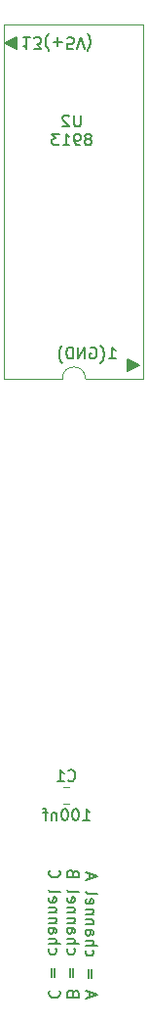
<source format=gbr>
%TF.GenerationSoftware,KiCad,Pcbnew,8.0.3*%
%TF.CreationDate,2024-06-20T16:00:29+02:00*%
%TF.ProjectId,adapter 8913-8910 long board reverse on air,61646170-7465-4722-9038-3931332d3839,rev?*%
%TF.SameCoordinates,Original*%
%TF.FileFunction,Legend,Bot*%
%TF.FilePolarity,Positive*%
%FSLAX46Y46*%
G04 Gerber Fmt 4.6, Leading zero omitted, Abs format (unit mm)*
G04 Created by KiCad (PCBNEW 8.0.3) date 2024-06-20 16:00:29*
%MOMM*%
%LPD*%
G01*
G04 APERTURE LIST*
%ADD10C,0.200000*%
%ADD11C,0.150000*%
%ADD12C,0.120000*%
G04 APERTURE END LIST*
D10*
X167900000Y-61500000D02*
X166900000Y-61000000D01*
X167900000Y-60500000D01*
X167900000Y-61500000D01*
G36*
X167900000Y-61500000D02*
G01*
X166900000Y-61000000D01*
X167900000Y-60500000D01*
X167900000Y-61500000D01*
G37*
X178600000Y-88900000D02*
X177600000Y-89400000D01*
X177600000Y-88400000D01*
X178600000Y-88900000D01*
G36*
X178600000Y-88900000D02*
G01*
X177600000Y-89400000D01*
X177600000Y-88400000D01*
X178600000Y-88900000D01*
G37*
D11*
X173471904Y-67259875D02*
X173471904Y-68069398D01*
X173471904Y-68069398D02*
X173424285Y-68164636D01*
X173424285Y-68164636D02*
X173376666Y-68212256D01*
X173376666Y-68212256D02*
X173281428Y-68259875D01*
X173281428Y-68259875D02*
X173090952Y-68259875D01*
X173090952Y-68259875D02*
X172995714Y-68212256D01*
X172995714Y-68212256D02*
X172948095Y-68164636D01*
X172948095Y-68164636D02*
X172900476Y-68069398D01*
X172900476Y-68069398D02*
X172900476Y-67259875D01*
X172471904Y-67355113D02*
X172424285Y-67307494D01*
X172424285Y-67307494D02*
X172329047Y-67259875D01*
X172329047Y-67259875D02*
X172090952Y-67259875D01*
X172090952Y-67259875D02*
X171995714Y-67307494D01*
X171995714Y-67307494D02*
X171948095Y-67355113D01*
X171948095Y-67355113D02*
X171900476Y-67450351D01*
X171900476Y-67450351D02*
X171900476Y-67545589D01*
X171900476Y-67545589D02*
X171948095Y-67688446D01*
X171948095Y-67688446D02*
X172519523Y-68259875D01*
X172519523Y-68259875D02*
X171900476Y-68259875D01*
X174233809Y-69298390D02*
X174329047Y-69250771D01*
X174329047Y-69250771D02*
X174376666Y-69203152D01*
X174376666Y-69203152D02*
X174424285Y-69107914D01*
X174424285Y-69107914D02*
X174424285Y-69060295D01*
X174424285Y-69060295D02*
X174376666Y-68965057D01*
X174376666Y-68965057D02*
X174329047Y-68917438D01*
X174329047Y-68917438D02*
X174233809Y-68869819D01*
X174233809Y-68869819D02*
X174043333Y-68869819D01*
X174043333Y-68869819D02*
X173948095Y-68917438D01*
X173948095Y-68917438D02*
X173900476Y-68965057D01*
X173900476Y-68965057D02*
X173852857Y-69060295D01*
X173852857Y-69060295D02*
X173852857Y-69107914D01*
X173852857Y-69107914D02*
X173900476Y-69203152D01*
X173900476Y-69203152D02*
X173948095Y-69250771D01*
X173948095Y-69250771D02*
X174043333Y-69298390D01*
X174043333Y-69298390D02*
X174233809Y-69298390D01*
X174233809Y-69298390D02*
X174329047Y-69346009D01*
X174329047Y-69346009D02*
X174376666Y-69393628D01*
X174376666Y-69393628D02*
X174424285Y-69488866D01*
X174424285Y-69488866D02*
X174424285Y-69679342D01*
X174424285Y-69679342D02*
X174376666Y-69774580D01*
X174376666Y-69774580D02*
X174329047Y-69822200D01*
X174329047Y-69822200D02*
X174233809Y-69869819D01*
X174233809Y-69869819D02*
X174043333Y-69869819D01*
X174043333Y-69869819D02*
X173948095Y-69822200D01*
X173948095Y-69822200D02*
X173900476Y-69774580D01*
X173900476Y-69774580D02*
X173852857Y-69679342D01*
X173852857Y-69679342D02*
X173852857Y-69488866D01*
X173852857Y-69488866D02*
X173900476Y-69393628D01*
X173900476Y-69393628D02*
X173948095Y-69346009D01*
X173948095Y-69346009D02*
X174043333Y-69298390D01*
X173376666Y-69869819D02*
X173186190Y-69869819D01*
X173186190Y-69869819D02*
X173090952Y-69822200D01*
X173090952Y-69822200D02*
X173043333Y-69774580D01*
X173043333Y-69774580D02*
X172948095Y-69631723D01*
X172948095Y-69631723D02*
X172900476Y-69441247D01*
X172900476Y-69441247D02*
X172900476Y-69060295D01*
X172900476Y-69060295D02*
X172948095Y-68965057D01*
X172948095Y-68965057D02*
X172995714Y-68917438D01*
X172995714Y-68917438D02*
X173090952Y-68869819D01*
X173090952Y-68869819D02*
X173281428Y-68869819D01*
X173281428Y-68869819D02*
X173376666Y-68917438D01*
X173376666Y-68917438D02*
X173424285Y-68965057D01*
X173424285Y-68965057D02*
X173471904Y-69060295D01*
X173471904Y-69060295D02*
X173471904Y-69298390D01*
X173471904Y-69298390D02*
X173424285Y-69393628D01*
X173424285Y-69393628D02*
X173376666Y-69441247D01*
X173376666Y-69441247D02*
X173281428Y-69488866D01*
X173281428Y-69488866D02*
X173090952Y-69488866D01*
X173090952Y-69488866D02*
X172995714Y-69441247D01*
X172995714Y-69441247D02*
X172948095Y-69393628D01*
X172948095Y-69393628D02*
X172900476Y-69298390D01*
X171948095Y-69869819D02*
X172519523Y-69869819D01*
X172233809Y-69869819D02*
X172233809Y-68869819D01*
X172233809Y-68869819D02*
X172329047Y-69012676D01*
X172329047Y-69012676D02*
X172424285Y-69107914D01*
X172424285Y-69107914D02*
X172519523Y-69155533D01*
X171614761Y-68869819D02*
X170995714Y-68869819D01*
X170995714Y-68869819D02*
X171329047Y-69250771D01*
X171329047Y-69250771D02*
X171186190Y-69250771D01*
X171186190Y-69250771D02*
X171090952Y-69298390D01*
X171090952Y-69298390D02*
X171043333Y-69346009D01*
X171043333Y-69346009D02*
X170995714Y-69441247D01*
X170995714Y-69441247D02*
X170995714Y-69679342D01*
X170995714Y-69679342D02*
X171043333Y-69774580D01*
X171043333Y-69774580D02*
X171090952Y-69822200D01*
X171090952Y-69822200D02*
X171186190Y-69869819D01*
X171186190Y-69869819D02*
X171471904Y-69869819D01*
X171471904Y-69869819D02*
X171567142Y-69822200D01*
X171567142Y-69822200D02*
X171614761Y-69774580D01*
X175939411Y-88329819D02*
X176510839Y-88329819D01*
X176225125Y-88329819D02*
X176225125Y-87329819D01*
X176225125Y-87329819D02*
X176320363Y-87472676D01*
X176320363Y-87472676D02*
X176415601Y-87567914D01*
X176415601Y-87567914D02*
X176510839Y-87615533D01*
X175225125Y-88710771D02*
X175272744Y-88663152D01*
X175272744Y-88663152D02*
X175367982Y-88520295D01*
X175367982Y-88520295D02*
X175415601Y-88425057D01*
X175415601Y-88425057D02*
X175463220Y-88282200D01*
X175463220Y-88282200D02*
X175510839Y-88044104D01*
X175510839Y-88044104D02*
X175510839Y-87853628D01*
X175510839Y-87853628D02*
X175463220Y-87615533D01*
X175463220Y-87615533D02*
X175415601Y-87472676D01*
X175415601Y-87472676D02*
X175367982Y-87377438D01*
X175367982Y-87377438D02*
X175272744Y-87234580D01*
X175272744Y-87234580D02*
X175225125Y-87186961D01*
X174320363Y-87377438D02*
X174415601Y-87329819D01*
X174415601Y-87329819D02*
X174558458Y-87329819D01*
X174558458Y-87329819D02*
X174701315Y-87377438D01*
X174701315Y-87377438D02*
X174796553Y-87472676D01*
X174796553Y-87472676D02*
X174844172Y-87567914D01*
X174844172Y-87567914D02*
X174891791Y-87758390D01*
X174891791Y-87758390D02*
X174891791Y-87901247D01*
X174891791Y-87901247D02*
X174844172Y-88091723D01*
X174844172Y-88091723D02*
X174796553Y-88186961D01*
X174796553Y-88186961D02*
X174701315Y-88282200D01*
X174701315Y-88282200D02*
X174558458Y-88329819D01*
X174558458Y-88329819D02*
X174463220Y-88329819D01*
X174463220Y-88329819D02*
X174320363Y-88282200D01*
X174320363Y-88282200D02*
X174272744Y-88234580D01*
X174272744Y-88234580D02*
X174272744Y-87901247D01*
X174272744Y-87901247D02*
X174463220Y-87901247D01*
X173844172Y-88329819D02*
X173844172Y-87329819D01*
X173844172Y-87329819D02*
X173272744Y-88329819D01*
X173272744Y-88329819D02*
X173272744Y-87329819D01*
X172796553Y-88329819D02*
X172796553Y-87329819D01*
X172796553Y-87329819D02*
X172558458Y-87329819D01*
X172558458Y-87329819D02*
X172415601Y-87377438D01*
X172415601Y-87377438D02*
X172320363Y-87472676D01*
X172320363Y-87472676D02*
X172272744Y-87567914D01*
X172272744Y-87567914D02*
X172225125Y-87758390D01*
X172225125Y-87758390D02*
X172225125Y-87901247D01*
X172225125Y-87901247D02*
X172272744Y-88091723D01*
X172272744Y-88091723D02*
X172320363Y-88186961D01*
X172320363Y-88186961D02*
X172415601Y-88282200D01*
X172415601Y-88282200D02*
X172558458Y-88329819D01*
X172558458Y-88329819D02*
X172796553Y-88329819D01*
X171891791Y-88710771D02*
X171844172Y-88663152D01*
X171844172Y-88663152D02*
X171748934Y-88520295D01*
X171748934Y-88520295D02*
X171701315Y-88425057D01*
X171701315Y-88425057D02*
X171653696Y-88282200D01*
X171653696Y-88282200D02*
X171606077Y-88044104D01*
X171606077Y-88044104D02*
X171606077Y-87853628D01*
X171606077Y-87853628D02*
X171653696Y-87615533D01*
X171653696Y-87615533D02*
X171701315Y-87472676D01*
X171701315Y-87472676D02*
X171748934Y-87377438D01*
X171748934Y-87377438D02*
X171844172Y-87234580D01*
X171844172Y-87234580D02*
X171891791Y-87186961D01*
X174215615Y-143580839D02*
X174215615Y-143104649D01*
X173929900Y-143676077D02*
X174929900Y-143342744D01*
X174929900Y-143342744D02*
X173929900Y-143009411D01*
X174453710Y-141914172D02*
X174453710Y-141152268D01*
X174167996Y-141152268D02*
X174167996Y-141914172D01*
X173977520Y-139485601D02*
X173929900Y-139580839D01*
X173929900Y-139580839D02*
X173929900Y-139771315D01*
X173929900Y-139771315D02*
X173977520Y-139866553D01*
X173977520Y-139866553D02*
X174025139Y-139914172D01*
X174025139Y-139914172D02*
X174120377Y-139961791D01*
X174120377Y-139961791D02*
X174406091Y-139961791D01*
X174406091Y-139961791D02*
X174501329Y-139914172D01*
X174501329Y-139914172D02*
X174548948Y-139866553D01*
X174548948Y-139866553D02*
X174596567Y-139771315D01*
X174596567Y-139771315D02*
X174596567Y-139580839D01*
X174596567Y-139580839D02*
X174548948Y-139485601D01*
X173929900Y-139057029D02*
X174929900Y-139057029D01*
X173929900Y-138628458D02*
X174453710Y-138628458D01*
X174453710Y-138628458D02*
X174548948Y-138676077D01*
X174548948Y-138676077D02*
X174596567Y-138771315D01*
X174596567Y-138771315D02*
X174596567Y-138914172D01*
X174596567Y-138914172D02*
X174548948Y-139009410D01*
X174548948Y-139009410D02*
X174501329Y-139057029D01*
X173929900Y-137723696D02*
X174453710Y-137723696D01*
X174453710Y-137723696D02*
X174548948Y-137771315D01*
X174548948Y-137771315D02*
X174596567Y-137866553D01*
X174596567Y-137866553D02*
X174596567Y-138057029D01*
X174596567Y-138057029D02*
X174548948Y-138152267D01*
X173977520Y-137723696D02*
X173929900Y-137818934D01*
X173929900Y-137818934D02*
X173929900Y-138057029D01*
X173929900Y-138057029D02*
X173977520Y-138152267D01*
X173977520Y-138152267D02*
X174072758Y-138199886D01*
X174072758Y-138199886D02*
X174167996Y-138199886D01*
X174167996Y-138199886D02*
X174263234Y-138152267D01*
X174263234Y-138152267D02*
X174310853Y-138057029D01*
X174310853Y-138057029D02*
X174310853Y-137818934D01*
X174310853Y-137818934D02*
X174358472Y-137723696D01*
X174596567Y-137247505D02*
X173929900Y-137247505D01*
X174501329Y-137247505D02*
X174548948Y-137199886D01*
X174548948Y-137199886D02*
X174596567Y-137104648D01*
X174596567Y-137104648D02*
X174596567Y-136961791D01*
X174596567Y-136961791D02*
X174548948Y-136866553D01*
X174548948Y-136866553D02*
X174453710Y-136818934D01*
X174453710Y-136818934D02*
X173929900Y-136818934D01*
X174596567Y-136342743D02*
X173929900Y-136342743D01*
X174501329Y-136342743D02*
X174548948Y-136295124D01*
X174548948Y-136295124D02*
X174596567Y-136199886D01*
X174596567Y-136199886D02*
X174596567Y-136057029D01*
X174596567Y-136057029D02*
X174548948Y-135961791D01*
X174548948Y-135961791D02*
X174453710Y-135914172D01*
X174453710Y-135914172D02*
X173929900Y-135914172D01*
X173977520Y-135057029D02*
X173929900Y-135152267D01*
X173929900Y-135152267D02*
X173929900Y-135342743D01*
X173929900Y-135342743D02*
X173977520Y-135437981D01*
X173977520Y-135437981D02*
X174072758Y-135485600D01*
X174072758Y-135485600D02*
X174453710Y-135485600D01*
X174453710Y-135485600D02*
X174548948Y-135437981D01*
X174548948Y-135437981D02*
X174596567Y-135342743D01*
X174596567Y-135342743D02*
X174596567Y-135152267D01*
X174596567Y-135152267D02*
X174548948Y-135057029D01*
X174548948Y-135057029D02*
X174453710Y-135009410D01*
X174453710Y-135009410D02*
X174358472Y-135009410D01*
X174358472Y-135009410D02*
X174263234Y-135485600D01*
X173929900Y-134437981D02*
X173977520Y-134533219D01*
X173977520Y-134533219D02*
X174072758Y-134580838D01*
X174072758Y-134580838D02*
X174929900Y-134580838D01*
X174215615Y-133342742D02*
X174215615Y-132866552D01*
X173929900Y-133437980D02*
X174929900Y-133104647D01*
X174929900Y-133104647D02*
X173929900Y-132771314D01*
X172843766Y-143199887D02*
X172796147Y-143057030D01*
X172796147Y-143057030D02*
X172748528Y-143009411D01*
X172748528Y-143009411D02*
X172653290Y-142961792D01*
X172653290Y-142961792D02*
X172510433Y-142961792D01*
X172510433Y-142961792D02*
X172415195Y-143009411D01*
X172415195Y-143009411D02*
X172367576Y-143057030D01*
X172367576Y-143057030D02*
X172319956Y-143152268D01*
X172319956Y-143152268D02*
X172319956Y-143533220D01*
X172319956Y-143533220D02*
X173319956Y-143533220D01*
X173319956Y-143533220D02*
X173319956Y-143199887D01*
X173319956Y-143199887D02*
X173272337Y-143104649D01*
X173272337Y-143104649D02*
X173224718Y-143057030D01*
X173224718Y-143057030D02*
X173129480Y-143009411D01*
X173129480Y-143009411D02*
X173034242Y-143009411D01*
X173034242Y-143009411D02*
X172939004Y-143057030D01*
X172939004Y-143057030D02*
X172891385Y-143104649D01*
X172891385Y-143104649D02*
X172843766Y-143199887D01*
X172843766Y-143199887D02*
X172843766Y-143533220D01*
X172843766Y-141771315D02*
X172843766Y-141009411D01*
X172558052Y-141009411D02*
X172558052Y-141771315D01*
X172367576Y-139342744D02*
X172319956Y-139437982D01*
X172319956Y-139437982D02*
X172319956Y-139628458D01*
X172319956Y-139628458D02*
X172367576Y-139723696D01*
X172367576Y-139723696D02*
X172415195Y-139771315D01*
X172415195Y-139771315D02*
X172510433Y-139818934D01*
X172510433Y-139818934D02*
X172796147Y-139818934D01*
X172796147Y-139818934D02*
X172891385Y-139771315D01*
X172891385Y-139771315D02*
X172939004Y-139723696D01*
X172939004Y-139723696D02*
X172986623Y-139628458D01*
X172986623Y-139628458D02*
X172986623Y-139437982D01*
X172986623Y-139437982D02*
X172939004Y-139342744D01*
X172319956Y-138914172D02*
X173319956Y-138914172D01*
X172319956Y-138485601D02*
X172843766Y-138485601D01*
X172843766Y-138485601D02*
X172939004Y-138533220D01*
X172939004Y-138533220D02*
X172986623Y-138628458D01*
X172986623Y-138628458D02*
X172986623Y-138771315D01*
X172986623Y-138771315D02*
X172939004Y-138866553D01*
X172939004Y-138866553D02*
X172891385Y-138914172D01*
X172319956Y-137580839D02*
X172843766Y-137580839D01*
X172843766Y-137580839D02*
X172939004Y-137628458D01*
X172939004Y-137628458D02*
X172986623Y-137723696D01*
X172986623Y-137723696D02*
X172986623Y-137914172D01*
X172986623Y-137914172D02*
X172939004Y-138009410D01*
X172367576Y-137580839D02*
X172319956Y-137676077D01*
X172319956Y-137676077D02*
X172319956Y-137914172D01*
X172319956Y-137914172D02*
X172367576Y-138009410D01*
X172367576Y-138009410D02*
X172462814Y-138057029D01*
X172462814Y-138057029D02*
X172558052Y-138057029D01*
X172558052Y-138057029D02*
X172653290Y-138009410D01*
X172653290Y-138009410D02*
X172700909Y-137914172D01*
X172700909Y-137914172D02*
X172700909Y-137676077D01*
X172700909Y-137676077D02*
X172748528Y-137580839D01*
X172986623Y-137104648D02*
X172319956Y-137104648D01*
X172891385Y-137104648D02*
X172939004Y-137057029D01*
X172939004Y-137057029D02*
X172986623Y-136961791D01*
X172986623Y-136961791D02*
X172986623Y-136818934D01*
X172986623Y-136818934D02*
X172939004Y-136723696D01*
X172939004Y-136723696D02*
X172843766Y-136676077D01*
X172843766Y-136676077D02*
X172319956Y-136676077D01*
X172986623Y-136199886D02*
X172319956Y-136199886D01*
X172891385Y-136199886D02*
X172939004Y-136152267D01*
X172939004Y-136152267D02*
X172986623Y-136057029D01*
X172986623Y-136057029D02*
X172986623Y-135914172D01*
X172986623Y-135914172D02*
X172939004Y-135818934D01*
X172939004Y-135818934D02*
X172843766Y-135771315D01*
X172843766Y-135771315D02*
X172319956Y-135771315D01*
X172367576Y-134914172D02*
X172319956Y-135009410D01*
X172319956Y-135009410D02*
X172319956Y-135199886D01*
X172319956Y-135199886D02*
X172367576Y-135295124D01*
X172367576Y-135295124D02*
X172462814Y-135342743D01*
X172462814Y-135342743D02*
X172843766Y-135342743D01*
X172843766Y-135342743D02*
X172939004Y-135295124D01*
X172939004Y-135295124D02*
X172986623Y-135199886D01*
X172986623Y-135199886D02*
X172986623Y-135009410D01*
X172986623Y-135009410D02*
X172939004Y-134914172D01*
X172939004Y-134914172D02*
X172843766Y-134866553D01*
X172843766Y-134866553D02*
X172748528Y-134866553D01*
X172748528Y-134866553D02*
X172653290Y-135342743D01*
X172319956Y-134295124D02*
X172367576Y-134390362D01*
X172367576Y-134390362D02*
X172462814Y-134437981D01*
X172462814Y-134437981D02*
X173319956Y-134437981D01*
X172843766Y-132818933D02*
X172796147Y-132676076D01*
X172796147Y-132676076D02*
X172748528Y-132628457D01*
X172748528Y-132628457D02*
X172653290Y-132580838D01*
X172653290Y-132580838D02*
X172510433Y-132580838D01*
X172510433Y-132580838D02*
X172415195Y-132628457D01*
X172415195Y-132628457D02*
X172367576Y-132676076D01*
X172367576Y-132676076D02*
X172319956Y-132771314D01*
X172319956Y-132771314D02*
X172319956Y-133152266D01*
X172319956Y-133152266D02*
X173319956Y-133152266D01*
X173319956Y-133152266D02*
X173319956Y-132818933D01*
X173319956Y-132818933D02*
X173272337Y-132723695D01*
X173272337Y-132723695D02*
X173224718Y-132676076D01*
X173224718Y-132676076D02*
X173129480Y-132628457D01*
X173129480Y-132628457D02*
X173034242Y-132628457D01*
X173034242Y-132628457D02*
X172939004Y-132676076D01*
X172939004Y-132676076D02*
X172891385Y-132723695D01*
X172891385Y-132723695D02*
X172843766Y-132818933D01*
X172843766Y-132818933D02*
X172843766Y-133152266D01*
X170805251Y-142961792D02*
X170757632Y-143009411D01*
X170757632Y-143009411D02*
X170710012Y-143152268D01*
X170710012Y-143152268D02*
X170710012Y-143247506D01*
X170710012Y-143247506D02*
X170757632Y-143390363D01*
X170757632Y-143390363D02*
X170852870Y-143485601D01*
X170852870Y-143485601D02*
X170948108Y-143533220D01*
X170948108Y-143533220D02*
X171138584Y-143580839D01*
X171138584Y-143580839D02*
X171281441Y-143580839D01*
X171281441Y-143580839D02*
X171471917Y-143533220D01*
X171471917Y-143533220D02*
X171567155Y-143485601D01*
X171567155Y-143485601D02*
X171662393Y-143390363D01*
X171662393Y-143390363D02*
X171710012Y-143247506D01*
X171710012Y-143247506D02*
X171710012Y-143152268D01*
X171710012Y-143152268D02*
X171662393Y-143009411D01*
X171662393Y-143009411D02*
X171614774Y-142961792D01*
X171233822Y-141771315D02*
X171233822Y-141009411D01*
X170948108Y-141009411D02*
X170948108Y-141771315D01*
X170757632Y-139342744D02*
X170710012Y-139437982D01*
X170710012Y-139437982D02*
X170710012Y-139628458D01*
X170710012Y-139628458D02*
X170757632Y-139723696D01*
X170757632Y-139723696D02*
X170805251Y-139771315D01*
X170805251Y-139771315D02*
X170900489Y-139818934D01*
X170900489Y-139818934D02*
X171186203Y-139818934D01*
X171186203Y-139818934D02*
X171281441Y-139771315D01*
X171281441Y-139771315D02*
X171329060Y-139723696D01*
X171329060Y-139723696D02*
X171376679Y-139628458D01*
X171376679Y-139628458D02*
X171376679Y-139437982D01*
X171376679Y-139437982D02*
X171329060Y-139342744D01*
X170710012Y-138914172D02*
X171710012Y-138914172D01*
X170710012Y-138485601D02*
X171233822Y-138485601D01*
X171233822Y-138485601D02*
X171329060Y-138533220D01*
X171329060Y-138533220D02*
X171376679Y-138628458D01*
X171376679Y-138628458D02*
X171376679Y-138771315D01*
X171376679Y-138771315D02*
X171329060Y-138866553D01*
X171329060Y-138866553D02*
X171281441Y-138914172D01*
X170710012Y-137580839D02*
X171233822Y-137580839D01*
X171233822Y-137580839D02*
X171329060Y-137628458D01*
X171329060Y-137628458D02*
X171376679Y-137723696D01*
X171376679Y-137723696D02*
X171376679Y-137914172D01*
X171376679Y-137914172D02*
X171329060Y-138009410D01*
X170757632Y-137580839D02*
X170710012Y-137676077D01*
X170710012Y-137676077D02*
X170710012Y-137914172D01*
X170710012Y-137914172D02*
X170757632Y-138009410D01*
X170757632Y-138009410D02*
X170852870Y-138057029D01*
X170852870Y-138057029D02*
X170948108Y-138057029D01*
X170948108Y-138057029D02*
X171043346Y-138009410D01*
X171043346Y-138009410D02*
X171090965Y-137914172D01*
X171090965Y-137914172D02*
X171090965Y-137676077D01*
X171090965Y-137676077D02*
X171138584Y-137580839D01*
X171376679Y-137104648D02*
X170710012Y-137104648D01*
X171281441Y-137104648D02*
X171329060Y-137057029D01*
X171329060Y-137057029D02*
X171376679Y-136961791D01*
X171376679Y-136961791D02*
X171376679Y-136818934D01*
X171376679Y-136818934D02*
X171329060Y-136723696D01*
X171329060Y-136723696D02*
X171233822Y-136676077D01*
X171233822Y-136676077D02*
X170710012Y-136676077D01*
X171376679Y-136199886D02*
X170710012Y-136199886D01*
X171281441Y-136199886D02*
X171329060Y-136152267D01*
X171329060Y-136152267D02*
X171376679Y-136057029D01*
X171376679Y-136057029D02*
X171376679Y-135914172D01*
X171376679Y-135914172D02*
X171329060Y-135818934D01*
X171329060Y-135818934D02*
X171233822Y-135771315D01*
X171233822Y-135771315D02*
X170710012Y-135771315D01*
X170757632Y-134914172D02*
X170710012Y-135009410D01*
X170710012Y-135009410D02*
X170710012Y-135199886D01*
X170710012Y-135199886D02*
X170757632Y-135295124D01*
X170757632Y-135295124D02*
X170852870Y-135342743D01*
X170852870Y-135342743D02*
X171233822Y-135342743D01*
X171233822Y-135342743D02*
X171329060Y-135295124D01*
X171329060Y-135295124D02*
X171376679Y-135199886D01*
X171376679Y-135199886D02*
X171376679Y-135009410D01*
X171376679Y-135009410D02*
X171329060Y-134914172D01*
X171329060Y-134914172D02*
X171233822Y-134866553D01*
X171233822Y-134866553D02*
X171138584Y-134866553D01*
X171138584Y-134866553D02*
X171043346Y-135342743D01*
X170710012Y-134295124D02*
X170757632Y-134390362D01*
X170757632Y-134390362D02*
X170852870Y-134437981D01*
X170852870Y-134437981D02*
X171710012Y-134437981D01*
X170805251Y-132580838D02*
X170757632Y-132628457D01*
X170757632Y-132628457D02*
X170710012Y-132771314D01*
X170710012Y-132771314D02*
X170710012Y-132866552D01*
X170710012Y-132866552D02*
X170757632Y-133009409D01*
X170757632Y-133009409D02*
X170852870Y-133104647D01*
X170852870Y-133104647D02*
X170948108Y-133152266D01*
X170948108Y-133152266D02*
X171138584Y-133199885D01*
X171138584Y-133199885D02*
X171281441Y-133199885D01*
X171281441Y-133199885D02*
X171471917Y-133152266D01*
X171471917Y-133152266D02*
X171567155Y-133104647D01*
X171567155Y-133104647D02*
X171662393Y-133009409D01*
X171662393Y-133009409D02*
X171710012Y-132866552D01*
X171710012Y-132866552D02*
X171710012Y-132771314D01*
X171710012Y-132771314D02*
X171662393Y-132628457D01*
X171662393Y-132628457D02*
X171614774Y-132580838D01*
X169060588Y-60530180D02*
X168489160Y-60530180D01*
X168774874Y-60530180D02*
X168774874Y-61530180D01*
X168774874Y-61530180D02*
X168679636Y-61387323D01*
X168679636Y-61387323D02*
X168584398Y-61292085D01*
X168584398Y-61292085D02*
X168489160Y-61244466D01*
X169393922Y-61530180D02*
X170012969Y-61530180D01*
X170012969Y-61530180D02*
X169679636Y-61149228D01*
X169679636Y-61149228D02*
X169822493Y-61149228D01*
X169822493Y-61149228D02*
X169917731Y-61101609D01*
X169917731Y-61101609D02*
X169965350Y-61053990D01*
X169965350Y-61053990D02*
X170012969Y-60958752D01*
X170012969Y-60958752D02*
X170012969Y-60720657D01*
X170012969Y-60720657D02*
X169965350Y-60625419D01*
X169965350Y-60625419D02*
X169917731Y-60577800D01*
X169917731Y-60577800D02*
X169822493Y-60530180D01*
X169822493Y-60530180D02*
X169536779Y-60530180D01*
X169536779Y-60530180D02*
X169441541Y-60577800D01*
X169441541Y-60577800D02*
X169393922Y-60625419D01*
X170727255Y-60149228D02*
X170679636Y-60196847D01*
X170679636Y-60196847D02*
X170584398Y-60339704D01*
X170584398Y-60339704D02*
X170536779Y-60434942D01*
X170536779Y-60434942D02*
X170489160Y-60577800D01*
X170489160Y-60577800D02*
X170441541Y-60815895D01*
X170441541Y-60815895D02*
X170441541Y-61006371D01*
X170441541Y-61006371D02*
X170489160Y-61244466D01*
X170489160Y-61244466D02*
X170536779Y-61387323D01*
X170536779Y-61387323D02*
X170584398Y-61482561D01*
X170584398Y-61482561D02*
X170679636Y-61625419D01*
X170679636Y-61625419D02*
X170727255Y-61673038D01*
X171108208Y-60911133D02*
X171870113Y-60911133D01*
X171489160Y-60530180D02*
X171489160Y-61292085D01*
X172822493Y-61530180D02*
X172346303Y-61530180D01*
X172346303Y-61530180D02*
X172298684Y-61053990D01*
X172298684Y-61053990D02*
X172346303Y-61101609D01*
X172346303Y-61101609D02*
X172441541Y-61149228D01*
X172441541Y-61149228D02*
X172679636Y-61149228D01*
X172679636Y-61149228D02*
X172774874Y-61101609D01*
X172774874Y-61101609D02*
X172822493Y-61053990D01*
X172822493Y-61053990D02*
X172870112Y-60958752D01*
X172870112Y-60958752D02*
X172870112Y-60720657D01*
X172870112Y-60720657D02*
X172822493Y-60625419D01*
X172822493Y-60625419D02*
X172774874Y-60577800D01*
X172774874Y-60577800D02*
X172679636Y-60530180D01*
X172679636Y-60530180D02*
X172441541Y-60530180D01*
X172441541Y-60530180D02*
X172346303Y-60577800D01*
X172346303Y-60577800D02*
X172298684Y-60625419D01*
X173155827Y-61530180D02*
X173489160Y-60530180D01*
X173489160Y-60530180D02*
X173822493Y-61530180D01*
X174060589Y-60149228D02*
X174108208Y-60196847D01*
X174108208Y-60196847D02*
X174203446Y-60339704D01*
X174203446Y-60339704D02*
X174251065Y-60434942D01*
X174251065Y-60434942D02*
X174298684Y-60577800D01*
X174298684Y-60577800D02*
X174346303Y-60815895D01*
X174346303Y-60815895D02*
X174346303Y-61006371D01*
X174346303Y-61006371D02*
X174298684Y-61244466D01*
X174298684Y-61244466D02*
X174251065Y-61387323D01*
X174251065Y-61387323D02*
X174203446Y-61482561D01*
X174203446Y-61482561D02*
X174108208Y-61625419D01*
X174108208Y-61625419D02*
X174060589Y-61673038D01*
X173704762Y-128254819D02*
X174276190Y-128254819D01*
X173990476Y-128254819D02*
X173990476Y-127254819D01*
X173990476Y-127254819D02*
X174085714Y-127397676D01*
X174085714Y-127397676D02*
X174180952Y-127492914D01*
X174180952Y-127492914D02*
X174276190Y-127540533D01*
X173085714Y-127254819D02*
X172990476Y-127254819D01*
X172990476Y-127254819D02*
X172895238Y-127302438D01*
X172895238Y-127302438D02*
X172847619Y-127350057D01*
X172847619Y-127350057D02*
X172800000Y-127445295D01*
X172800000Y-127445295D02*
X172752381Y-127635771D01*
X172752381Y-127635771D02*
X172752381Y-127873866D01*
X172752381Y-127873866D02*
X172800000Y-128064342D01*
X172800000Y-128064342D02*
X172847619Y-128159580D01*
X172847619Y-128159580D02*
X172895238Y-128207200D01*
X172895238Y-128207200D02*
X172990476Y-128254819D01*
X172990476Y-128254819D02*
X173085714Y-128254819D01*
X173085714Y-128254819D02*
X173180952Y-128207200D01*
X173180952Y-128207200D02*
X173228571Y-128159580D01*
X173228571Y-128159580D02*
X173276190Y-128064342D01*
X173276190Y-128064342D02*
X173323809Y-127873866D01*
X173323809Y-127873866D02*
X173323809Y-127635771D01*
X173323809Y-127635771D02*
X173276190Y-127445295D01*
X173276190Y-127445295D02*
X173228571Y-127350057D01*
X173228571Y-127350057D02*
X173180952Y-127302438D01*
X173180952Y-127302438D02*
X173085714Y-127254819D01*
X172133333Y-127254819D02*
X172038095Y-127254819D01*
X172038095Y-127254819D02*
X171942857Y-127302438D01*
X171942857Y-127302438D02*
X171895238Y-127350057D01*
X171895238Y-127350057D02*
X171847619Y-127445295D01*
X171847619Y-127445295D02*
X171800000Y-127635771D01*
X171800000Y-127635771D02*
X171800000Y-127873866D01*
X171800000Y-127873866D02*
X171847619Y-128064342D01*
X171847619Y-128064342D02*
X171895238Y-128159580D01*
X171895238Y-128159580D02*
X171942857Y-128207200D01*
X171942857Y-128207200D02*
X172038095Y-128254819D01*
X172038095Y-128254819D02*
X172133333Y-128254819D01*
X172133333Y-128254819D02*
X172228571Y-128207200D01*
X172228571Y-128207200D02*
X172276190Y-128159580D01*
X172276190Y-128159580D02*
X172323809Y-128064342D01*
X172323809Y-128064342D02*
X172371428Y-127873866D01*
X172371428Y-127873866D02*
X172371428Y-127635771D01*
X172371428Y-127635771D02*
X172323809Y-127445295D01*
X172323809Y-127445295D02*
X172276190Y-127350057D01*
X172276190Y-127350057D02*
X172228571Y-127302438D01*
X172228571Y-127302438D02*
X172133333Y-127254819D01*
X171371428Y-127588152D02*
X171371428Y-128254819D01*
X171371428Y-127683390D02*
X171323809Y-127635771D01*
X171323809Y-127635771D02*
X171228571Y-127588152D01*
X171228571Y-127588152D02*
X171085714Y-127588152D01*
X171085714Y-127588152D02*
X170990476Y-127635771D01*
X170990476Y-127635771D02*
X170942857Y-127731009D01*
X170942857Y-127731009D02*
X170942857Y-128254819D01*
X170609523Y-127588152D02*
X170228571Y-127588152D01*
X170466666Y-128254819D02*
X170466666Y-127397676D01*
X170466666Y-127397676D02*
X170419047Y-127302438D01*
X170419047Y-127302438D02*
X170323809Y-127254819D01*
X170323809Y-127254819D02*
X170228571Y-127254819D01*
X172404166Y-124779580D02*
X172451785Y-124827200D01*
X172451785Y-124827200D02*
X172594642Y-124874819D01*
X172594642Y-124874819D02*
X172689880Y-124874819D01*
X172689880Y-124874819D02*
X172832737Y-124827200D01*
X172832737Y-124827200D02*
X172927975Y-124731961D01*
X172927975Y-124731961D02*
X172975594Y-124636723D01*
X172975594Y-124636723D02*
X173023213Y-124446247D01*
X173023213Y-124446247D02*
X173023213Y-124303390D01*
X173023213Y-124303390D02*
X172975594Y-124112914D01*
X172975594Y-124112914D02*
X172927975Y-124017676D01*
X172927975Y-124017676D02*
X172832737Y-123922438D01*
X172832737Y-123922438D02*
X172689880Y-123874819D01*
X172689880Y-123874819D02*
X172594642Y-123874819D01*
X172594642Y-123874819D02*
X172451785Y-123922438D01*
X172451785Y-123922438D02*
X172404166Y-123970057D01*
X171451785Y-124874819D02*
X172023213Y-124874819D01*
X171737499Y-124874819D02*
X171737499Y-123874819D01*
X171737499Y-123874819D02*
X171832737Y-124017676D01*
X171832737Y-124017676D02*
X171927975Y-124112914D01*
X171927975Y-124112914D02*
X172023213Y-124160533D01*
D12*
%TO.C,C1*%
X171976248Y-125365000D02*
X172498752Y-125365000D01*
X171976248Y-126835000D02*
X172498752Y-126835000D01*
%TO.C,*%
X166835000Y-59430000D02*
X166835000Y-90030000D01*
X166835000Y-90030000D02*
X171895000Y-90030000D01*
X173895000Y-90030000D02*
X178955000Y-90030000D01*
X178955000Y-59430000D02*
X166835000Y-59430000D01*
X178955000Y-90030000D02*
X178955000Y-59430000D01*
X171895000Y-90030000D02*
G75*
G02*
X173895000Y-90030000I1000000J0D01*
G01*
%TD*%
M02*

</source>
